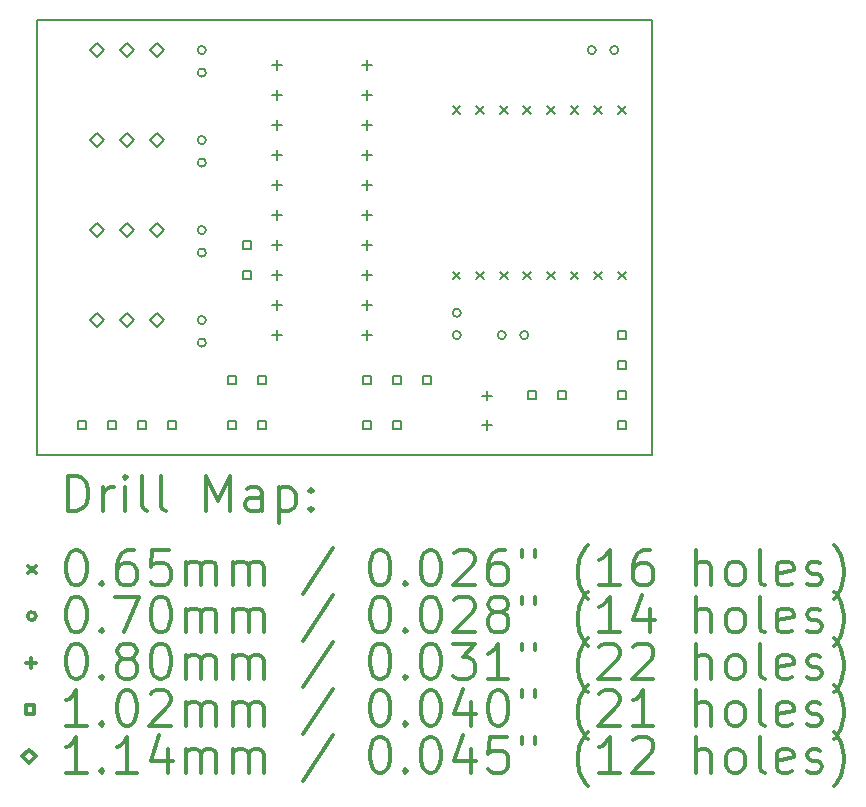
<source format=gbr>
%FSLAX45Y45*%
G04 Gerber Fmt 4.5, Leading zero omitted, Abs format (unit mm)*
G04 Created by KiCad (PCBNEW 4.0.5) date 01/30/17 23:10:16*
%MOMM*%
%LPD*%
G01*
G04 APERTURE LIST*
%ADD10C,0.127000*%
%ADD11C,0.150000*%
%ADD12C,0.200000*%
%ADD13C,0.300000*%
G04 APERTURE END LIST*
D10*
D11*
X17399000Y-7493000D02*
X12192000Y-7493000D01*
X17399000Y-11176000D02*
X17399000Y-7493000D01*
X12192000Y-11176000D02*
X17399000Y-11176000D01*
X12192000Y-7493000D02*
X12192000Y-11176000D01*
D12*
X15712500Y-8222500D02*
X15777500Y-8287500D01*
X15777500Y-8222500D02*
X15712500Y-8287500D01*
X15712500Y-9622500D02*
X15777500Y-9687500D01*
X15777500Y-9622500D02*
X15712500Y-9687500D01*
X15912500Y-8222500D02*
X15977500Y-8287500D01*
X15977500Y-8222500D02*
X15912500Y-8287500D01*
X15912500Y-9622500D02*
X15977500Y-9687500D01*
X15977500Y-9622500D02*
X15912500Y-9687500D01*
X16112500Y-8222500D02*
X16177500Y-8287500D01*
X16177500Y-8222500D02*
X16112500Y-8287500D01*
X16112500Y-9622500D02*
X16177500Y-9687500D01*
X16177500Y-9622500D02*
X16112500Y-9687500D01*
X16312500Y-8222500D02*
X16377500Y-8287500D01*
X16377500Y-8222500D02*
X16312500Y-8287500D01*
X16312500Y-9622500D02*
X16377500Y-9687500D01*
X16377500Y-9622500D02*
X16312500Y-9687500D01*
X16512500Y-8222500D02*
X16577500Y-8287500D01*
X16577500Y-8222500D02*
X16512500Y-8287500D01*
X16512500Y-9622500D02*
X16577500Y-9687500D01*
X16577500Y-9622500D02*
X16512500Y-9687500D01*
X16712500Y-8222500D02*
X16777500Y-8287500D01*
X16777500Y-8222500D02*
X16712500Y-8287500D01*
X16712500Y-9622500D02*
X16777500Y-9687500D01*
X16777500Y-9622500D02*
X16712500Y-9687500D01*
X16912500Y-8222500D02*
X16977500Y-8287500D01*
X16977500Y-8222500D02*
X16912500Y-8287500D01*
X16912500Y-9622500D02*
X16977500Y-9687500D01*
X16977500Y-9622500D02*
X16912500Y-9687500D01*
X17112500Y-8222500D02*
X17177500Y-8287500D01*
X17177500Y-8222500D02*
X17112500Y-8287500D01*
X17112500Y-9622500D02*
X17177500Y-9687500D01*
X17177500Y-9622500D02*
X17112500Y-9687500D01*
X13624000Y-7747000D02*
G75*
G03X13624000Y-7747000I-35000J0D01*
G01*
X13624000Y-7937000D02*
G75*
G03X13624000Y-7937000I-35000J0D01*
G01*
X13624000Y-8509000D02*
G75*
G03X13624000Y-8509000I-35000J0D01*
G01*
X13624000Y-8699000D02*
G75*
G03X13624000Y-8699000I-35000J0D01*
G01*
X13624000Y-9271000D02*
G75*
G03X13624000Y-9271000I-35000J0D01*
G01*
X13624000Y-9461000D02*
G75*
G03X13624000Y-9461000I-35000J0D01*
G01*
X13624000Y-10033000D02*
G75*
G03X13624000Y-10033000I-35000J0D01*
G01*
X13624000Y-10223000D02*
G75*
G03X13624000Y-10223000I-35000J0D01*
G01*
X15783000Y-9970000D02*
G75*
G03X15783000Y-9970000I-35000J0D01*
G01*
X15783000Y-10160000D02*
G75*
G03X15783000Y-10160000I-35000J0D01*
G01*
X16164000Y-10160000D02*
G75*
G03X16164000Y-10160000I-35000J0D01*
G01*
X16354000Y-10160000D02*
G75*
G03X16354000Y-10160000I-35000J0D01*
G01*
X16926000Y-7747000D02*
G75*
G03X16926000Y-7747000I-35000J0D01*
G01*
X17116000Y-7747000D02*
G75*
G03X17116000Y-7747000I-35000J0D01*
G01*
X14224000Y-7834000D02*
X14224000Y-7914000D01*
X14184000Y-7874000D02*
X14264000Y-7874000D01*
X14224000Y-8088000D02*
X14224000Y-8168000D01*
X14184000Y-8128000D02*
X14264000Y-8128000D01*
X14224000Y-8342000D02*
X14224000Y-8422000D01*
X14184000Y-8382000D02*
X14264000Y-8382000D01*
X14224000Y-8596000D02*
X14224000Y-8676000D01*
X14184000Y-8636000D02*
X14264000Y-8636000D01*
X14224000Y-8850000D02*
X14224000Y-8930000D01*
X14184000Y-8890000D02*
X14264000Y-8890000D01*
X14224000Y-9104000D02*
X14224000Y-9184000D01*
X14184000Y-9144000D02*
X14264000Y-9144000D01*
X14224000Y-9358000D02*
X14224000Y-9438000D01*
X14184000Y-9398000D02*
X14264000Y-9398000D01*
X14224000Y-9612000D02*
X14224000Y-9692000D01*
X14184000Y-9652000D02*
X14264000Y-9652000D01*
X14224000Y-9866000D02*
X14224000Y-9946000D01*
X14184000Y-9906000D02*
X14264000Y-9906000D01*
X14224000Y-10120000D02*
X14224000Y-10200000D01*
X14184000Y-10160000D02*
X14264000Y-10160000D01*
X14986000Y-7834000D02*
X14986000Y-7914000D01*
X14946000Y-7874000D02*
X15026000Y-7874000D01*
X14986000Y-8088000D02*
X14986000Y-8168000D01*
X14946000Y-8128000D02*
X15026000Y-8128000D01*
X14986000Y-8342000D02*
X14986000Y-8422000D01*
X14946000Y-8382000D02*
X15026000Y-8382000D01*
X14986000Y-8596000D02*
X14986000Y-8676000D01*
X14946000Y-8636000D02*
X15026000Y-8636000D01*
X14986000Y-8850000D02*
X14986000Y-8930000D01*
X14946000Y-8890000D02*
X15026000Y-8890000D01*
X14986000Y-9104000D02*
X14986000Y-9184000D01*
X14946000Y-9144000D02*
X15026000Y-9144000D01*
X14986000Y-9358000D02*
X14986000Y-9438000D01*
X14946000Y-9398000D02*
X15026000Y-9398000D01*
X14986000Y-9612000D02*
X14986000Y-9692000D01*
X14946000Y-9652000D02*
X15026000Y-9652000D01*
X14986000Y-9866000D02*
X14986000Y-9946000D01*
X14946000Y-9906000D02*
X15026000Y-9906000D01*
X14986000Y-10120000D02*
X14986000Y-10200000D01*
X14946000Y-10160000D02*
X15026000Y-10160000D01*
X16002000Y-10632000D02*
X16002000Y-10712000D01*
X15962000Y-10672000D02*
X16042000Y-10672000D01*
X16002000Y-10882000D02*
X16002000Y-10962000D01*
X15962000Y-10922000D02*
X16042000Y-10922000D01*
X12608921Y-10957921D02*
X12608921Y-10886079D01*
X12537079Y-10886079D01*
X12537079Y-10957921D01*
X12608921Y-10957921D01*
X12862921Y-10957921D02*
X12862921Y-10886079D01*
X12791079Y-10886079D01*
X12791079Y-10957921D01*
X12862921Y-10957921D01*
X13116921Y-10957921D02*
X13116921Y-10886079D01*
X13045079Y-10886079D01*
X13045079Y-10957921D01*
X13116921Y-10957921D01*
X13370921Y-10957921D02*
X13370921Y-10886079D01*
X13299079Y-10886079D01*
X13299079Y-10957921D01*
X13370921Y-10957921D01*
X13878921Y-10576921D02*
X13878921Y-10505079D01*
X13807079Y-10505079D01*
X13807079Y-10576921D01*
X13878921Y-10576921D01*
X13878921Y-10957921D02*
X13878921Y-10886079D01*
X13807079Y-10886079D01*
X13807079Y-10957921D01*
X13878921Y-10957921D01*
X14005921Y-9433921D02*
X14005921Y-9362079D01*
X13934079Y-9362079D01*
X13934079Y-9433921D01*
X14005921Y-9433921D01*
X14005921Y-9687921D02*
X14005921Y-9616079D01*
X13934079Y-9616079D01*
X13934079Y-9687921D01*
X14005921Y-9687921D01*
X14132921Y-10576921D02*
X14132921Y-10505079D01*
X14061079Y-10505079D01*
X14061079Y-10576921D01*
X14132921Y-10576921D01*
X14132921Y-10957921D02*
X14132921Y-10886079D01*
X14061079Y-10886079D01*
X14061079Y-10957921D01*
X14132921Y-10957921D01*
X15021921Y-10576921D02*
X15021921Y-10505079D01*
X14950079Y-10505079D01*
X14950079Y-10576921D01*
X15021921Y-10576921D01*
X15021921Y-10957921D02*
X15021921Y-10886079D01*
X14950079Y-10886079D01*
X14950079Y-10957921D01*
X15021921Y-10957921D01*
X15275921Y-10576921D02*
X15275921Y-10505079D01*
X15204079Y-10505079D01*
X15204079Y-10576921D01*
X15275921Y-10576921D01*
X15275921Y-10957921D02*
X15275921Y-10886079D01*
X15204079Y-10886079D01*
X15204079Y-10957921D01*
X15275921Y-10957921D01*
X15529921Y-10576921D02*
X15529921Y-10505079D01*
X15458079Y-10505079D01*
X15458079Y-10576921D01*
X15529921Y-10576921D01*
X16418921Y-10703921D02*
X16418921Y-10632079D01*
X16347079Y-10632079D01*
X16347079Y-10703921D01*
X16418921Y-10703921D01*
X16672921Y-10703921D02*
X16672921Y-10632079D01*
X16601079Y-10632079D01*
X16601079Y-10703921D01*
X16672921Y-10703921D01*
X17180921Y-10195921D02*
X17180921Y-10124079D01*
X17109079Y-10124079D01*
X17109079Y-10195921D01*
X17180921Y-10195921D01*
X17180921Y-10449921D02*
X17180921Y-10378079D01*
X17109079Y-10378079D01*
X17109079Y-10449921D01*
X17180921Y-10449921D01*
X17180921Y-10703921D02*
X17180921Y-10632079D01*
X17109079Y-10632079D01*
X17109079Y-10703921D01*
X17180921Y-10703921D01*
X17180921Y-10957921D02*
X17180921Y-10886079D01*
X17109079Y-10886079D01*
X17109079Y-10957921D01*
X17180921Y-10957921D01*
X12700000Y-7804150D02*
X12757150Y-7747000D01*
X12700000Y-7689850D01*
X12642850Y-7747000D01*
X12700000Y-7804150D01*
X12700000Y-8566150D02*
X12757150Y-8509000D01*
X12700000Y-8451850D01*
X12642850Y-8509000D01*
X12700000Y-8566150D01*
X12700000Y-9328150D02*
X12757150Y-9271000D01*
X12700000Y-9213850D01*
X12642850Y-9271000D01*
X12700000Y-9328150D01*
X12700000Y-10090150D02*
X12757150Y-10033000D01*
X12700000Y-9975850D01*
X12642850Y-10033000D01*
X12700000Y-10090150D01*
X12954000Y-7804150D02*
X13011150Y-7747000D01*
X12954000Y-7689850D01*
X12896850Y-7747000D01*
X12954000Y-7804150D01*
X12954000Y-8566150D02*
X13011150Y-8509000D01*
X12954000Y-8451850D01*
X12896850Y-8509000D01*
X12954000Y-8566150D01*
X12954000Y-9328150D02*
X13011150Y-9271000D01*
X12954000Y-9213850D01*
X12896850Y-9271000D01*
X12954000Y-9328150D01*
X12954000Y-10090150D02*
X13011150Y-10033000D01*
X12954000Y-9975850D01*
X12896850Y-10033000D01*
X12954000Y-10090150D01*
X13208000Y-7804150D02*
X13265150Y-7747000D01*
X13208000Y-7689850D01*
X13150850Y-7747000D01*
X13208000Y-7804150D01*
X13208000Y-8566150D02*
X13265150Y-8509000D01*
X13208000Y-8451850D01*
X13150850Y-8509000D01*
X13208000Y-8566150D01*
X13208000Y-9328150D02*
X13265150Y-9271000D01*
X13208000Y-9213850D01*
X13150850Y-9271000D01*
X13208000Y-9328150D01*
X13208000Y-10090150D02*
X13265150Y-10033000D01*
X13208000Y-9975850D01*
X13150850Y-10033000D01*
X13208000Y-10090150D01*
D13*
X12455928Y-11649214D02*
X12455928Y-11349214D01*
X12527357Y-11349214D01*
X12570214Y-11363500D01*
X12598786Y-11392071D01*
X12613071Y-11420643D01*
X12627357Y-11477786D01*
X12627357Y-11520643D01*
X12613071Y-11577786D01*
X12598786Y-11606357D01*
X12570214Y-11634929D01*
X12527357Y-11649214D01*
X12455928Y-11649214D01*
X12755928Y-11649214D02*
X12755928Y-11449214D01*
X12755928Y-11506357D02*
X12770214Y-11477786D01*
X12784500Y-11463500D01*
X12813071Y-11449214D01*
X12841643Y-11449214D01*
X12941643Y-11649214D02*
X12941643Y-11449214D01*
X12941643Y-11349214D02*
X12927357Y-11363500D01*
X12941643Y-11377786D01*
X12955928Y-11363500D01*
X12941643Y-11349214D01*
X12941643Y-11377786D01*
X13127357Y-11649214D02*
X13098786Y-11634929D01*
X13084500Y-11606357D01*
X13084500Y-11349214D01*
X13284500Y-11649214D02*
X13255928Y-11634929D01*
X13241643Y-11606357D01*
X13241643Y-11349214D01*
X13627357Y-11649214D02*
X13627357Y-11349214D01*
X13727357Y-11563500D01*
X13827357Y-11349214D01*
X13827357Y-11649214D01*
X14098786Y-11649214D02*
X14098786Y-11492071D01*
X14084500Y-11463500D01*
X14055928Y-11449214D01*
X13998786Y-11449214D01*
X13970214Y-11463500D01*
X14098786Y-11634929D02*
X14070214Y-11649214D01*
X13998786Y-11649214D01*
X13970214Y-11634929D01*
X13955928Y-11606357D01*
X13955928Y-11577786D01*
X13970214Y-11549214D01*
X13998786Y-11534929D01*
X14070214Y-11534929D01*
X14098786Y-11520643D01*
X14241643Y-11449214D02*
X14241643Y-11749214D01*
X14241643Y-11463500D02*
X14270214Y-11449214D01*
X14327357Y-11449214D01*
X14355928Y-11463500D01*
X14370214Y-11477786D01*
X14384500Y-11506357D01*
X14384500Y-11592071D01*
X14370214Y-11620643D01*
X14355928Y-11634929D01*
X14327357Y-11649214D01*
X14270214Y-11649214D01*
X14241643Y-11634929D01*
X14513071Y-11620643D02*
X14527357Y-11634929D01*
X14513071Y-11649214D01*
X14498786Y-11634929D01*
X14513071Y-11620643D01*
X14513071Y-11649214D01*
X14513071Y-11463500D02*
X14527357Y-11477786D01*
X14513071Y-11492071D01*
X14498786Y-11477786D01*
X14513071Y-11463500D01*
X14513071Y-11492071D01*
X12119500Y-12111000D02*
X12184500Y-12176000D01*
X12184500Y-12111000D02*
X12119500Y-12176000D01*
X12513071Y-11979214D02*
X12541643Y-11979214D01*
X12570214Y-11993500D01*
X12584500Y-12007786D01*
X12598786Y-12036357D01*
X12613071Y-12093500D01*
X12613071Y-12164929D01*
X12598786Y-12222071D01*
X12584500Y-12250643D01*
X12570214Y-12264929D01*
X12541643Y-12279214D01*
X12513071Y-12279214D01*
X12484500Y-12264929D01*
X12470214Y-12250643D01*
X12455928Y-12222071D01*
X12441643Y-12164929D01*
X12441643Y-12093500D01*
X12455928Y-12036357D01*
X12470214Y-12007786D01*
X12484500Y-11993500D01*
X12513071Y-11979214D01*
X12741643Y-12250643D02*
X12755928Y-12264929D01*
X12741643Y-12279214D01*
X12727357Y-12264929D01*
X12741643Y-12250643D01*
X12741643Y-12279214D01*
X13013071Y-11979214D02*
X12955928Y-11979214D01*
X12927357Y-11993500D01*
X12913071Y-12007786D01*
X12884500Y-12050643D01*
X12870214Y-12107786D01*
X12870214Y-12222071D01*
X12884500Y-12250643D01*
X12898786Y-12264929D01*
X12927357Y-12279214D01*
X12984500Y-12279214D01*
X13013071Y-12264929D01*
X13027357Y-12250643D01*
X13041643Y-12222071D01*
X13041643Y-12150643D01*
X13027357Y-12122071D01*
X13013071Y-12107786D01*
X12984500Y-12093500D01*
X12927357Y-12093500D01*
X12898786Y-12107786D01*
X12884500Y-12122071D01*
X12870214Y-12150643D01*
X13313071Y-11979214D02*
X13170214Y-11979214D01*
X13155928Y-12122071D01*
X13170214Y-12107786D01*
X13198786Y-12093500D01*
X13270214Y-12093500D01*
X13298786Y-12107786D01*
X13313071Y-12122071D01*
X13327357Y-12150643D01*
X13327357Y-12222071D01*
X13313071Y-12250643D01*
X13298786Y-12264929D01*
X13270214Y-12279214D01*
X13198786Y-12279214D01*
X13170214Y-12264929D01*
X13155928Y-12250643D01*
X13455928Y-12279214D02*
X13455928Y-12079214D01*
X13455928Y-12107786D02*
X13470214Y-12093500D01*
X13498786Y-12079214D01*
X13541643Y-12079214D01*
X13570214Y-12093500D01*
X13584500Y-12122071D01*
X13584500Y-12279214D01*
X13584500Y-12122071D02*
X13598786Y-12093500D01*
X13627357Y-12079214D01*
X13670214Y-12079214D01*
X13698786Y-12093500D01*
X13713071Y-12122071D01*
X13713071Y-12279214D01*
X13855928Y-12279214D02*
X13855928Y-12079214D01*
X13855928Y-12107786D02*
X13870214Y-12093500D01*
X13898786Y-12079214D01*
X13941643Y-12079214D01*
X13970214Y-12093500D01*
X13984500Y-12122071D01*
X13984500Y-12279214D01*
X13984500Y-12122071D02*
X13998786Y-12093500D01*
X14027357Y-12079214D01*
X14070214Y-12079214D01*
X14098786Y-12093500D01*
X14113071Y-12122071D01*
X14113071Y-12279214D01*
X14698786Y-11964929D02*
X14441643Y-12350643D01*
X15084500Y-11979214D02*
X15113071Y-11979214D01*
X15141643Y-11993500D01*
X15155928Y-12007786D01*
X15170214Y-12036357D01*
X15184500Y-12093500D01*
X15184500Y-12164929D01*
X15170214Y-12222071D01*
X15155928Y-12250643D01*
X15141643Y-12264929D01*
X15113071Y-12279214D01*
X15084500Y-12279214D01*
X15055928Y-12264929D01*
X15041643Y-12250643D01*
X15027357Y-12222071D01*
X15013071Y-12164929D01*
X15013071Y-12093500D01*
X15027357Y-12036357D01*
X15041643Y-12007786D01*
X15055928Y-11993500D01*
X15084500Y-11979214D01*
X15313071Y-12250643D02*
X15327357Y-12264929D01*
X15313071Y-12279214D01*
X15298786Y-12264929D01*
X15313071Y-12250643D01*
X15313071Y-12279214D01*
X15513071Y-11979214D02*
X15541643Y-11979214D01*
X15570214Y-11993500D01*
X15584500Y-12007786D01*
X15598785Y-12036357D01*
X15613071Y-12093500D01*
X15613071Y-12164929D01*
X15598785Y-12222071D01*
X15584500Y-12250643D01*
X15570214Y-12264929D01*
X15541643Y-12279214D01*
X15513071Y-12279214D01*
X15484500Y-12264929D01*
X15470214Y-12250643D01*
X15455928Y-12222071D01*
X15441643Y-12164929D01*
X15441643Y-12093500D01*
X15455928Y-12036357D01*
X15470214Y-12007786D01*
X15484500Y-11993500D01*
X15513071Y-11979214D01*
X15727357Y-12007786D02*
X15741643Y-11993500D01*
X15770214Y-11979214D01*
X15841643Y-11979214D01*
X15870214Y-11993500D01*
X15884500Y-12007786D01*
X15898785Y-12036357D01*
X15898785Y-12064929D01*
X15884500Y-12107786D01*
X15713071Y-12279214D01*
X15898785Y-12279214D01*
X16155928Y-11979214D02*
X16098785Y-11979214D01*
X16070214Y-11993500D01*
X16055928Y-12007786D01*
X16027357Y-12050643D01*
X16013071Y-12107786D01*
X16013071Y-12222071D01*
X16027357Y-12250643D01*
X16041643Y-12264929D01*
X16070214Y-12279214D01*
X16127357Y-12279214D01*
X16155928Y-12264929D01*
X16170214Y-12250643D01*
X16184500Y-12222071D01*
X16184500Y-12150643D01*
X16170214Y-12122071D01*
X16155928Y-12107786D01*
X16127357Y-12093500D01*
X16070214Y-12093500D01*
X16041643Y-12107786D01*
X16027357Y-12122071D01*
X16013071Y-12150643D01*
X16298786Y-11979214D02*
X16298786Y-12036357D01*
X16413071Y-11979214D02*
X16413071Y-12036357D01*
X16855928Y-12393500D02*
X16841643Y-12379214D01*
X16813071Y-12336357D01*
X16798786Y-12307786D01*
X16784500Y-12264929D01*
X16770214Y-12193500D01*
X16770214Y-12136357D01*
X16784500Y-12064929D01*
X16798786Y-12022071D01*
X16813071Y-11993500D01*
X16841643Y-11950643D01*
X16855928Y-11936357D01*
X17127357Y-12279214D02*
X16955928Y-12279214D01*
X17041643Y-12279214D02*
X17041643Y-11979214D01*
X17013071Y-12022071D01*
X16984500Y-12050643D01*
X16955928Y-12064929D01*
X17384500Y-11979214D02*
X17327357Y-11979214D01*
X17298786Y-11993500D01*
X17284500Y-12007786D01*
X17255928Y-12050643D01*
X17241643Y-12107786D01*
X17241643Y-12222071D01*
X17255928Y-12250643D01*
X17270214Y-12264929D01*
X17298786Y-12279214D01*
X17355928Y-12279214D01*
X17384500Y-12264929D01*
X17398786Y-12250643D01*
X17413071Y-12222071D01*
X17413071Y-12150643D01*
X17398786Y-12122071D01*
X17384500Y-12107786D01*
X17355928Y-12093500D01*
X17298786Y-12093500D01*
X17270214Y-12107786D01*
X17255928Y-12122071D01*
X17241643Y-12150643D01*
X17770214Y-12279214D02*
X17770214Y-11979214D01*
X17898786Y-12279214D02*
X17898786Y-12122071D01*
X17884500Y-12093500D01*
X17855928Y-12079214D01*
X17813071Y-12079214D01*
X17784500Y-12093500D01*
X17770214Y-12107786D01*
X18084500Y-12279214D02*
X18055928Y-12264929D01*
X18041643Y-12250643D01*
X18027357Y-12222071D01*
X18027357Y-12136357D01*
X18041643Y-12107786D01*
X18055928Y-12093500D01*
X18084500Y-12079214D01*
X18127357Y-12079214D01*
X18155928Y-12093500D01*
X18170214Y-12107786D01*
X18184500Y-12136357D01*
X18184500Y-12222071D01*
X18170214Y-12250643D01*
X18155928Y-12264929D01*
X18127357Y-12279214D01*
X18084500Y-12279214D01*
X18355928Y-12279214D02*
X18327357Y-12264929D01*
X18313071Y-12236357D01*
X18313071Y-11979214D01*
X18584500Y-12264929D02*
X18555929Y-12279214D01*
X18498786Y-12279214D01*
X18470214Y-12264929D01*
X18455929Y-12236357D01*
X18455929Y-12122071D01*
X18470214Y-12093500D01*
X18498786Y-12079214D01*
X18555929Y-12079214D01*
X18584500Y-12093500D01*
X18598786Y-12122071D01*
X18598786Y-12150643D01*
X18455929Y-12179214D01*
X18713071Y-12264929D02*
X18741643Y-12279214D01*
X18798786Y-12279214D01*
X18827357Y-12264929D01*
X18841643Y-12236357D01*
X18841643Y-12222071D01*
X18827357Y-12193500D01*
X18798786Y-12179214D01*
X18755929Y-12179214D01*
X18727357Y-12164929D01*
X18713071Y-12136357D01*
X18713071Y-12122071D01*
X18727357Y-12093500D01*
X18755929Y-12079214D01*
X18798786Y-12079214D01*
X18827357Y-12093500D01*
X18941643Y-12393500D02*
X18955929Y-12379214D01*
X18984500Y-12336357D01*
X18998786Y-12307786D01*
X19013071Y-12264929D01*
X19027357Y-12193500D01*
X19027357Y-12136357D01*
X19013071Y-12064929D01*
X18998786Y-12022071D01*
X18984500Y-11993500D01*
X18955929Y-11950643D01*
X18941643Y-11936357D01*
X12184500Y-12539500D02*
G75*
G03X12184500Y-12539500I-35000J0D01*
G01*
X12513071Y-12375214D02*
X12541643Y-12375214D01*
X12570214Y-12389500D01*
X12584500Y-12403786D01*
X12598786Y-12432357D01*
X12613071Y-12489500D01*
X12613071Y-12560929D01*
X12598786Y-12618071D01*
X12584500Y-12646643D01*
X12570214Y-12660929D01*
X12541643Y-12675214D01*
X12513071Y-12675214D01*
X12484500Y-12660929D01*
X12470214Y-12646643D01*
X12455928Y-12618071D01*
X12441643Y-12560929D01*
X12441643Y-12489500D01*
X12455928Y-12432357D01*
X12470214Y-12403786D01*
X12484500Y-12389500D01*
X12513071Y-12375214D01*
X12741643Y-12646643D02*
X12755928Y-12660929D01*
X12741643Y-12675214D01*
X12727357Y-12660929D01*
X12741643Y-12646643D01*
X12741643Y-12675214D01*
X12855928Y-12375214D02*
X13055928Y-12375214D01*
X12927357Y-12675214D01*
X13227357Y-12375214D02*
X13255928Y-12375214D01*
X13284500Y-12389500D01*
X13298786Y-12403786D01*
X13313071Y-12432357D01*
X13327357Y-12489500D01*
X13327357Y-12560929D01*
X13313071Y-12618071D01*
X13298786Y-12646643D01*
X13284500Y-12660929D01*
X13255928Y-12675214D01*
X13227357Y-12675214D01*
X13198786Y-12660929D01*
X13184500Y-12646643D01*
X13170214Y-12618071D01*
X13155928Y-12560929D01*
X13155928Y-12489500D01*
X13170214Y-12432357D01*
X13184500Y-12403786D01*
X13198786Y-12389500D01*
X13227357Y-12375214D01*
X13455928Y-12675214D02*
X13455928Y-12475214D01*
X13455928Y-12503786D02*
X13470214Y-12489500D01*
X13498786Y-12475214D01*
X13541643Y-12475214D01*
X13570214Y-12489500D01*
X13584500Y-12518071D01*
X13584500Y-12675214D01*
X13584500Y-12518071D02*
X13598786Y-12489500D01*
X13627357Y-12475214D01*
X13670214Y-12475214D01*
X13698786Y-12489500D01*
X13713071Y-12518071D01*
X13713071Y-12675214D01*
X13855928Y-12675214D02*
X13855928Y-12475214D01*
X13855928Y-12503786D02*
X13870214Y-12489500D01*
X13898786Y-12475214D01*
X13941643Y-12475214D01*
X13970214Y-12489500D01*
X13984500Y-12518071D01*
X13984500Y-12675214D01*
X13984500Y-12518071D02*
X13998786Y-12489500D01*
X14027357Y-12475214D01*
X14070214Y-12475214D01*
X14098786Y-12489500D01*
X14113071Y-12518071D01*
X14113071Y-12675214D01*
X14698786Y-12360929D02*
X14441643Y-12746643D01*
X15084500Y-12375214D02*
X15113071Y-12375214D01*
X15141643Y-12389500D01*
X15155928Y-12403786D01*
X15170214Y-12432357D01*
X15184500Y-12489500D01*
X15184500Y-12560929D01*
X15170214Y-12618071D01*
X15155928Y-12646643D01*
X15141643Y-12660929D01*
X15113071Y-12675214D01*
X15084500Y-12675214D01*
X15055928Y-12660929D01*
X15041643Y-12646643D01*
X15027357Y-12618071D01*
X15013071Y-12560929D01*
X15013071Y-12489500D01*
X15027357Y-12432357D01*
X15041643Y-12403786D01*
X15055928Y-12389500D01*
X15084500Y-12375214D01*
X15313071Y-12646643D02*
X15327357Y-12660929D01*
X15313071Y-12675214D01*
X15298786Y-12660929D01*
X15313071Y-12646643D01*
X15313071Y-12675214D01*
X15513071Y-12375214D02*
X15541643Y-12375214D01*
X15570214Y-12389500D01*
X15584500Y-12403786D01*
X15598785Y-12432357D01*
X15613071Y-12489500D01*
X15613071Y-12560929D01*
X15598785Y-12618071D01*
X15584500Y-12646643D01*
X15570214Y-12660929D01*
X15541643Y-12675214D01*
X15513071Y-12675214D01*
X15484500Y-12660929D01*
X15470214Y-12646643D01*
X15455928Y-12618071D01*
X15441643Y-12560929D01*
X15441643Y-12489500D01*
X15455928Y-12432357D01*
X15470214Y-12403786D01*
X15484500Y-12389500D01*
X15513071Y-12375214D01*
X15727357Y-12403786D02*
X15741643Y-12389500D01*
X15770214Y-12375214D01*
X15841643Y-12375214D01*
X15870214Y-12389500D01*
X15884500Y-12403786D01*
X15898785Y-12432357D01*
X15898785Y-12460929D01*
X15884500Y-12503786D01*
X15713071Y-12675214D01*
X15898785Y-12675214D01*
X16070214Y-12503786D02*
X16041643Y-12489500D01*
X16027357Y-12475214D01*
X16013071Y-12446643D01*
X16013071Y-12432357D01*
X16027357Y-12403786D01*
X16041643Y-12389500D01*
X16070214Y-12375214D01*
X16127357Y-12375214D01*
X16155928Y-12389500D01*
X16170214Y-12403786D01*
X16184500Y-12432357D01*
X16184500Y-12446643D01*
X16170214Y-12475214D01*
X16155928Y-12489500D01*
X16127357Y-12503786D01*
X16070214Y-12503786D01*
X16041643Y-12518071D01*
X16027357Y-12532357D01*
X16013071Y-12560929D01*
X16013071Y-12618071D01*
X16027357Y-12646643D01*
X16041643Y-12660929D01*
X16070214Y-12675214D01*
X16127357Y-12675214D01*
X16155928Y-12660929D01*
X16170214Y-12646643D01*
X16184500Y-12618071D01*
X16184500Y-12560929D01*
X16170214Y-12532357D01*
X16155928Y-12518071D01*
X16127357Y-12503786D01*
X16298786Y-12375214D02*
X16298786Y-12432357D01*
X16413071Y-12375214D02*
X16413071Y-12432357D01*
X16855928Y-12789500D02*
X16841643Y-12775214D01*
X16813071Y-12732357D01*
X16798786Y-12703786D01*
X16784500Y-12660929D01*
X16770214Y-12589500D01*
X16770214Y-12532357D01*
X16784500Y-12460929D01*
X16798786Y-12418071D01*
X16813071Y-12389500D01*
X16841643Y-12346643D01*
X16855928Y-12332357D01*
X17127357Y-12675214D02*
X16955928Y-12675214D01*
X17041643Y-12675214D02*
X17041643Y-12375214D01*
X17013071Y-12418071D01*
X16984500Y-12446643D01*
X16955928Y-12460929D01*
X17384500Y-12475214D02*
X17384500Y-12675214D01*
X17313071Y-12360929D02*
X17241643Y-12575214D01*
X17427357Y-12575214D01*
X17770214Y-12675214D02*
X17770214Y-12375214D01*
X17898786Y-12675214D02*
X17898786Y-12518071D01*
X17884500Y-12489500D01*
X17855928Y-12475214D01*
X17813071Y-12475214D01*
X17784500Y-12489500D01*
X17770214Y-12503786D01*
X18084500Y-12675214D02*
X18055928Y-12660929D01*
X18041643Y-12646643D01*
X18027357Y-12618071D01*
X18027357Y-12532357D01*
X18041643Y-12503786D01*
X18055928Y-12489500D01*
X18084500Y-12475214D01*
X18127357Y-12475214D01*
X18155928Y-12489500D01*
X18170214Y-12503786D01*
X18184500Y-12532357D01*
X18184500Y-12618071D01*
X18170214Y-12646643D01*
X18155928Y-12660929D01*
X18127357Y-12675214D01*
X18084500Y-12675214D01*
X18355928Y-12675214D02*
X18327357Y-12660929D01*
X18313071Y-12632357D01*
X18313071Y-12375214D01*
X18584500Y-12660929D02*
X18555929Y-12675214D01*
X18498786Y-12675214D01*
X18470214Y-12660929D01*
X18455929Y-12632357D01*
X18455929Y-12518071D01*
X18470214Y-12489500D01*
X18498786Y-12475214D01*
X18555929Y-12475214D01*
X18584500Y-12489500D01*
X18598786Y-12518071D01*
X18598786Y-12546643D01*
X18455929Y-12575214D01*
X18713071Y-12660929D02*
X18741643Y-12675214D01*
X18798786Y-12675214D01*
X18827357Y-12660929D01*
X18841643Y-12632357D01*
X18841643Y-12618071D01*
X18827357Y-12589500D01*
X18798786Y-12575214D01*
X18755929Y-12575214D01*
X18727357Y-12560929D01*
X18713071Y-12532357D01*
X18713071Y-12518071D01*
X18727357Y-12489500D01*
X18755929Y-12475214D01*
X18798786Y-12475214D01*
X18827357Y-12489500D01*
X18941643Y-12789500D02*
X18955929Y-12775214D01*
X18984500Y-12732357D01*
X18998786Y-12703786D01*
X19013071Y-12660929D01*
X19027357Y-12589500D01*
X19027357Y-12532357D01*
X19013071Y-12460929D01*
X18998786Y-12418071D01*
X18984500Y-12389500D01*
X18955929Y-12346643D01*
X18941643Y-12332357D01*
X12144500Y-12895500D02*
X12144500Y-12975500D01*
X12104500Y-12935500D02*
X12184500Y-12935500D01*
X12513071Y-12771214D02*
X12541643Y-12771214D01*
X12570214Y-12785500D01*
X12584500Y-12799786D01*
X12598786Y-12828357D01*
X12613071Y-12885500D01*
X12613071Y-12956929D01*
X12598786Y-13014071D01*
X12584500Y-13042643D01*
X12570214Y-13056929D01*
X12541643Y-13071214D01*
X12513071Y-13071214D01*
X12484500Y-13056929D01*
X12470214Y-13042643D01*
X12455928Y-13014071D01*
X12441643Y-12956929D01*
X12441643Y-12885500D01*
X12455928Y-12828357D01*
X12470214Y-12799786D01*
X12484500Y-12785500D01*
X12513071Y-12771214D01*
X12741643Y-13042643D02*
X12755928Y-13056929D01*
X12741643Y-13071214D01*
X12727357Y-13056929D01*
X12741643Y-13042643D01*
X12741643Y-13071214D01*
X12927357Y-12899786D02*
X12898786Y-12885500D01*
X12884500Y-12871214D01*
X12870214Y-12842643D01*
X12870214Y-12828357D01*
X12884500Y-12799786D01*
X12898786Y-12785500D01*
X12927357Y-12771214D01*
X12984500Y-12771214D01*
X13013071Y-12785500D01*
X13027357Y-12799786D01*
X13041643Y-12828357D01*
X13041643Y-12842643D01*
X13027357Y-12871214D01*
X13013071Y-12885500D01*
X12984500Y-12899786D01*
X12927357Y-12899786D01*
X12898786Y-12914071D01*
X12884500Y-12928357D01*
X12870214Y-12956929D01*
X12870214Y-13014071D01*
X12884500Y-13042643D01*
X12898786Y-13056929D01*
X12927357Y-13071214D01*
X12984500Y-13071214D01*
X13013071Y-13056929D01*
X13027357Y-13042643D01*
X13041643Y-13014071D01*
X13041643Y-12956929D01*
X13027357Y-12928357D01*
X13013071Y-12914071D01*
X12984500Y-12899786D01*
X13227357Y-12771214D02*
X13255928Y-12771214D01*
X13284500Y-12785500D01*
X13298786Y-12799786D01*
X13313071Y-12828357D01*
X13327357Y-12885500D01*
X13327357Y-12956929D01*
X13313071Y-13014071D01*
X13298786Y-13042643D01*
X13284500Y-13056929D01*
X13255928Y-13071214D01*
X13227357Y-13071214D01*
X13198786Y-13056929D01*
X13184500Y-13042643D01*
X13170214Y-13014071D01*
X13155928Y-12956929D01*
X13155928Y-12885500D01*
X13170214Y-12828357D01*
X13184500Y-12799786D01*
X13198786Y-12785500D01*
X13227357Y-12771214D01*
X13455928Y-13071214D02*
X13455928Y-12871214D01*
X13455928Y-12899786D02*
X13470214Y-12885500D01*
X13498786Y-12871214D01*
X13541643Y-12871214D01*
X13570214Y-12885500D01*
X13584500Y-12914071D01*
X13584500Y-13071214D01*
X13584500Y-12914071D02*
X13598786Y-12885500D01*
X13627357Y-12871214D01*
X13670214Y-12871214D01*
X13698786Y-12885500D01*
X13713071Y-12914071D01*
X13713071Y-13071214D01*
X13855928Y-13071214D02*
X13855928Y-12871214D01*
X13855928Y-12899786D02*
X13870214Y-12885500D01*
X13898786Y-12871214D01*
X13941643Y-12871214D01*
X13970214Y-12885500D01*
X13984500Y-12914071D01*
X13984500Y-13071214D01*
X13984500Y-12914071D02*
X13998786Y-12885500D01*
X14027357Y-12871214D01*
X14070214Y-12871214D01*
X14098786Y-12885500D01*
X14113071Y-12914071D01*
X14113071Y-13071214D01*
X14698786Y-12756929D02*
X14441643Y-13142643D01*
X15084500Y-12771214D02*
X15113071Y-12771214D01*
X15141643Y-12785500D01*
X15155928Y-12799786D01*
X15170214Y-12828357D01*
X15184500Y-12885500D01*
X15184500Y-12956929D01*
X15170214Y-13014071D01*
X15155928Y-13042643D01*
X15141643Y-13056929D01*
X15113071Y-13071214D01*
X15084500Y-13071214D01*
X15055928Y-13056929D01*
X15041643Y-13042643D01*
X15027357Y-13014071D01*
X15013071Y-12956929D01*
X15013071Y-12885500D01*
X15027357Y-12828357D01*
X15041643Y-12799786D01*
X15055928Y-12785500D01*
X15084500Y-12771214D01*
X15313071Y-13042643D02*
X15327357Y-13056929D01*
X15313071Y-13071214D01*
X15298786Y-13056929D01*
X15313071Y-13042643D01*
X15313071Y-13071214D01*
X15513071Y-12771214D02*
X15541643Y-12771214D01*
X15570214Y-12785500D01*
X15584500Y-12799786D01*
X15598785Y-12828357D01*
X15613071Y-12885500D01*
X15613071Y-12956929D01*
X15598785Y-13014071D01*
X15584500Y-13042643D01*
X15570214Y-13056929D01*
X15541643Y-13071214D01*
X15513071Y-13071214D01*
X15484500Y-13056929D01*
X15470214Y-13042643D01*
X15455928Y-13014071D01*
X15441643Y-12956929D01*
X15441643Y-12885500D01*
X15455928Y-12828357D01*
X15470214Y-12799786D01*
X15484500Y-12785500D01*
X15513071Y-12771214D01*
X15713071Y-12771214D02*
X15898785Y-12771214D01*
X15798785Y-12885500D01*
X15841643Y-12885500D01*
X15870214Y-12899786D01*
X15884500Y-12914071D01*
X15898785Y-12942643D01*
X15898785Y-13014071D01*
X15884500Y-13042643D01*
X15870214Y-13056929D01*
X15841643Y-13071214D01*
X15755928Y-13071214D01*
X15727357Y-13056929D01*
X15713071Y-13042643D01*
X16184500Y-13071214D02*
X16013071Y-13071214D01*
X16098785Y-13071214D02*
X16098785Y-12771214D01*
X16070214Y-12814071D01*
X16041643Y-12842643D01*
X16013071Y-12856929D01*
X16298786Y-12771214D02*
X16298786Y-12828357D01*
X16413071Y-12771214D02*
X16413071Y-12828357D01*
X16855928Y-13185500D02*
X16841643Y-13171214D01*
X16813071Y-13128357D01*
X16798786Y-13099786D01*
X16784500Y-13056929D01*
X16770214Y-12985500D01*
X16770214Y-12928357D01*
X16784500Y-12856929D01*
X16798786Y-12814071D01*
X16813071Y-12785500D01*
X16841643Y-12742643D01*
X16855928Y-12728357D01*
X16955928Y-12799786D02*
X16970214Y-12785500D01*
X16998786Y-12771214D01*
X17070214Y-12771214D01*
X17098786Y-12785500D01*
X17113071Y-12799786D01*
X17127357Y-12828357D01*
X17127357Y-12856929D01*
X17113071Y-12899786D01*
X16941643Y-13071214D01*
X17127357Y-13071214D01*
X17241643Y-12799786D02*
X17255928Y-12785500D01*
X17284500Y-12771214D01*
X17355928Y-12771214D01*
X17384500Y-12785500D01*
X17398786Y-12799786D01*
X17413071Y-12828357D01*
X17413071Y-12856929D01*
X17398786Y-12899786D01*
X17227357Y-13071214D01*
X17413071Y-13071214D01*
X17770214Y-13071214D02*
X17770214Y-12771214D01*
X17898786Y-13071214D02*
X17898786Y-12914071D01*
X17884500Y-12885500D01*
X17855928Y-12871214D01*
X17813071Y-12871214D01*
X17784500Y-12885500D01*
X17770214Y-12899786D01*
X18084500Y-13071214D02*
X18055928Y-13056929D01*
X18041643Y-13042643D01*
X18027357Y-13014071D01*
X18027357Y-12928357D01*
X18041643Y-12899786D01*
X18055928Y-12885500D01*
X18084500Y-12871214D01*
X18127357Y-12871214D01*
X18155928Y-12885500D01*
X18170214Y-12899786D01*
X18184500Y-12928357D01*
X18184500Y-13014071D01*
X18170214Y-13042643D01*
X18155928Y-13056929D01*
X18127357Y-13071214D01*
X18084500Y-13071214D01*
X18355928Y-13071214D02*
X18327357Y-13056929D01*
X18313071Y-13028357D01*
X18313071Y-12771214D01*
X18584500Y-13056929D02*
X18555929Y-13071214D01*
X18498786Y-13071214D01*
X18470214Y-13056929D01*
X18455929Y-13028357D01*
X18455929Y-12914071D01*
X18470214Y-12885500D01*
X18498786Y-12871214D01*
X18555929Y-12871214D01*
X18584500Y-12885500D01*
X18598786Y-12914071D01*
X18598786Y-12942643D01*
X18455929Y-12971214D01*
X18713071Y-13056929D02*
X18741643Y-13071214D01*
X18798786Y-13071214D01*
X18827357Y-13056929D01*
X18841643Y-13028357D01*
X18841643Y-13014071D01*
X18827357Y-12985500D01*
X18798786Y-12971214D01*
X18755929Y-12971214D01*
X18727357Y-12956929D01*
X18713071Y-12928357D01*
X18713071Y-12914071D01*
X18727357Y-12885500D01*
X18755929Y-12871214D01*
X18798786Y-12871214D01*
X18827357Y-12885500D01*
X18941643Y-13185500D02*
X18955929Y-13171214D01*
X18984500Y-13128357D01*
X18998786Y-13099786D01*
X19013071Y-13056929D01*
X19027357Y-12985500D01*
X19027357Y-12928357D01*
X19013071Y-12856929D01*
X18998786Y-12814071D01*
X18984500Y-12785500D01*
X18955929Y-12742643D01*
X18941643Y-12728357D01*
X12169621Y-13367421D02*
X12169621Y-13295579D01*
X12097778Y-13295579D01*
X12097778Y-13367421D01*
X12169621Y-13367421D01*
X12613071Y-13467214D02*
X12441643Y-13467214D01*
X12527357Y-13467214D02*
X12527357Y-13167214D01*
X12498786Y-13210071D01*
X12470214Y-13238643D01*
X12441643Y-13252929D01*
X12741643Y-13438643D02*
X12755928Y-13452929D01*
X12741643Y-13467214D01*
X12727357Y-13452929D01*
X12741643Y-13438643D01*
X12741643Y-13467214D01*
X12941643Y-13167214D02*
X12970214Y-13167214D01*
X12998786Y-13181500D01*
X13013071Y-13195786D01*
X13027357Y-13224357D01*
X13041643Y-13281500D01*
X13041643Y-13352929D01*
X13027357Y-13410071D01*
X13013071Y-13438643D01*
X12998786Y-13452929D01*
X12970214Y-13467214D01*
X12941643Y-13467214D01*
X12913071Y-13452929D01*
X12898786Y-13438643D01*
X12884500Y-13410071D01*
X12870214Y-13352929D01*
X12870214Y-13281500D01*
X12884500Y-13224357D01*
X12898786Y-13195786D01*
X12913071Y-13181500D01*
X12941643Y-13167214D01*
X13155928Y-13195786D02*
X13170214Y-13181500D01*
X13198786Y-13167214D01*
X13270214Y-13167214D01*
X13298786Y-13181500D01*
X13313071Y-13195786D01*
X13327357Y-13224357D01*
X13327357Y-13252929D01*
X13313071Y-13295786D01*
X13141643Y-13467214D01*
X13327357Y-13467214D01*
X13455928Y-13467214D02*
X13455928Y-13267214D01*
X13455928Y-13295786D02*
X13470214Y-13281500D01*
X13498786Y-13267214D01*
X13541643Y-13267214D01*
X13570214Y-13281500D01*
X13584500Y-13310071D01*
X13584500Y-13467214D01*
X13584500Y-13310071D02*
X13598786Y-13281500D01*
X13627357Y-13267214D01*
X13670214Y-13267214D01*
X13698786Y-13281500D01*
X13713071Y-13310071D01*
X13713071Y-13467214D01*
X13855928Y-13467214D02*
X13855928Y-13267214D01*
X13855928Y-13295786D02*
X13870214Y-13281500D01*
X13898786Y-13267214D01*
X13941643Y-13267214D01*
X13970214Y-13281500D01*
X13984500Y-13310071D01*
X13984500Y-13467214D01*
X13984500Y-13310071D02*
X13998786Y-13281500D01*
X14027357Y-13267214D01*
X14070214Y-13267214D01*
X14098786Y-13281500D01*
X14113071Y-13310071D01*
X14113071Y-13467214D01*
X14698786Y-13152929D02*
X14441643Y-13538643D01*
X15084500Y-13167214D02*
X15113071Y-13167214D01*
X15141643Y-13181500D01*
X15155928Y-13195786D01*
X15170214Y-13224357D01*
X15184500Y-13281500D01*
X15184500Y-13352929D01*
X15170214Y-13410071D01*
X15155928Y-13438643D01*
X15141643Y-13452929D01*
X15113071Y-13467214D01*
X15084500Y-13467214D01*
X15055928Y-13452929D01*
X15041643Y-13438643D01*
X15027357Y-13410071D01*
X15013071Y-13352929D01*
X15013071Y-13281500D01*
X15027357Y-13224357D01*
X15041643Y-13195786D01*
X15055928Y-13181500D01*
X15084500Y-13167214D01*
X15313071Y-13438643D02*
X15327357Y-13452929D01*
X15313071Y-13467214D01*
X15298786Y-13452929D01*
X15313071Y-13438643D01*
X15313071Y-13467214D01*
X15513071Y-13167214D02*
X15541643Y-13167214D01*
X15570214Y-13181500D01*
X15584500Y-13195786D01*
X15598785Y-13224357D01*
X15613071Y-13281500D01*
X15613071Y-13352929D01*
X15598785Y-13410071D01*
X15584500Y-13438643D01*
X15570214Y-13452929D01*
X15541643Y-13467214D01*
X15513071Y-13467214D01*
X15484500Y-13452929D01*
X15470214Y-13438643D01*
X15455928Y-13410071D01*
X15441643Y-13352929D01*
X15441643Y-13281500D01*
X15455928Y-13224357D01*
X15470214Y-13195786D01*
X15484500Y-13181500D01*
X15513071Y-13167214D01*
X15870214Y-13267214D02*
X15870214Y-13467214D01*
X15798785Y-13152929D02*
X15727357Y-13367214D01*
X15913071Y-13367214D01*
X16084500Y-13167214D02*
X16113071Y-13167214D01*
X16141643Y-13181500D01*
X16155928Y-13195786D01*
X16170214Y-13224357D01*
X16184500Y-13281500D01*
X16184500Y-13352929D01*
X16170214Y-13410071D01*
X16155928Y-13438643D01*
X16141643Y-13452929D01*
X16113071Y-13467214D01*
X16084500Y-13467214D01*
X16055928Y-13452929D01*
X16041643Y-13438643D01*
X16027357Y-13410071D01*
X16013071Y-13352929D01*
X16013071Y-13281500D01*
X16027357Y-13224357D01*
X16041643Y-13195786D01*
X16055928Y-13181500D01*
X16084500Y-13167214D01*
X16298786Y-13167214D02*
X16298786Y-13224357D01*
X16413071Y-13167214D02*
X16413071Y-13224357D01*
X16855928Y-13581500D02*
X16841643Y-13567214D01*
X16813071Y-13524357D01*
X16798786Y-13495786D01*
X16784500Y-13452929D01*
X16770214Y-13381500D01*
X16770214Y-13324357D01*
X16784500Y-13252929D01*
X16798786Y-13210071D01*
X16813071Y-13181500D01*
X16841643Y-13138643D01*
X16855928Y-13124357D01*
X16955928Y-13195786D02*
X16970214Y-13181500D01*
X16998786Y-13167214D01*
X17070214Y-13167214D01*
X17098786Y-13181500D01*
X17113071Y-13195786D01*
X17127357Y-13224357D01*
X17127357Y-13252929D01*
X17113071Y-13295786D01*
X16941643Y-13467214D01*
X17127357Y-13467214D01*
X17413071Y-13467214D02*
X17241643Y-13467214D01*
X17327357Y-13467214D02*
X17327357Y-13167214D01*
X17298786Y-13210071D01*
X17270214Y-13238643D01*
X17241643Y-13252929D01*
X17770214Y-13467214D02*
X17770214Y-13167214D01*
X17898786Y-13467214D02*
X17898786Y-13310071D01*
X17884500Y-13281500D01*
X17855928Y-13267214D01*
X17813071Y-13267214D01*
X17784500Y-13281500D01*
X17770214Y-13295786D01*
X18084500Y-13467214D02*
X18055928Y-13452929D01*
X18041643Y-13438643D01*
X18027357Y-13410071D01*
X18027357Y-13324357D01*
X18041643Y-13295786D01*
X18055928Y-13281500D01*
X18084500Y-13267214D01*
X18127357Y-13267214D01*
X18155928Y-13281500D01*
X18170214Y-13295786D01*
X18184500Y-13324357D01*
X18184500Y-13410071D01*
X18170214Y-13438643D01*
X18155928Y-13452929D01*
X18127357Y-13467214D01*
X18084500Y-13467214D01*
X18355928Y-13467214D02*
X18327357Y-13452929D01*
X18313071Y-13424357D01*
X18313071Y-13167214D01*
X18584500Y-13452929D02*
X18555929Y-13467214D01*
X18498786Y-13467214D01*
X18470214Y-13452929D01*
X18455929Y-13424357D01*
X18455929Y-13310071D01*
X18470214Y-13281500D01*
X18498786Y-13267214D01*
X18555929Y-13267214D01*
X18584500Y-13281500D01*
X18598786Y-13310071D01*
X18598786Y-13338643D01*
X18455929Y-13367214D01*
X18713071Y-13452929D02*
X18741643Y-13467214D01*
X18798786Y-13467214D01*
X18827357Y-13452929D01*
X18841643Y-13424357D01*
X18841643Y-13410071D01*
X18827357Y-13381500D01*
X18798786Y-13367214D01*
X18755929Y-13367214D01*
X18727357Y-13352929D01*
X18713071Y-13324357D01*
X18713071Y-13310071D01*
X18727357Y-13281500D01*
X18755929Y-13267214D01*
X18798786Y-13267214D01*
X18827357Y-13281500D01*
X18941643Y-13581500D02*
X18955929Y-13567214D01*
X18984500Y-13524357D01*
X18998786Y-13495786D01*
X19013071Y-13452929D01*
X19027357Y-13381500D01*
X19027357Y-13324357D01*
X19013071Y-13252929D01*
X18998786Y-13210071D01*
X18984500Y-13181500D01*
X18955929Y-13138643D01*
X18941643Y-13124357D01*
X12127350Y-13784650D02*
X12184500Y-13727500D01*
X12127350Y-13670350D01*
X12070200Y-13727500D01*
X12127350Y-13784650D01*
X12613071Y-13863214D02*
X12441643Y-13863214D01*
X12527357Y-13863214D02*
X12527357Y-13563214D01*
X12498786Y-13606071D01*
X12470214Y-13634643D01*
X12441643Y-13648929D01*
X12741643Y-13834643D02*
X12755928Y-13848929D01*
X12741643Y-13863214D01*
X12727357Y-13848929D01*
X12741643Y-13834643D01*
X12741643Y-13863214D01*
X13041643Y-13863214D02*
X12870214Y-13863214D01*
X12955928Y-13863214D02*
X12955928Y-13563214D01*
X12927357Y-13606071D01*
X12898786Y-13634643D01*
X12870214Y-13648929D01*
X13298786Y-13663214D02*
X13298786Y-13863214D01*
X13227357Y-13548929D02*
X13155928Y-13763214D01*
X13341643Y-13763214D01*
X13455928Y-13863214D02*
X13455928Y-13663214D01*
X13455928Y-13691786D02*
X13470214Y-13677500D01*
X13498786Y-13663214D01*
X13541643Y-13663214D01*
X13570214Y-13677500D01*
X13584500Y-13706071D01*
X13584500Y-13863214D01*
X13584500Y-13706071D02*
X13598786Y-13677500D01*
X13627357Y-13663214D01*
X13670214Y-13663214D01*
X13698786Y-13677500D01*
X13713071Y-13706071D01*
X13713071Y-13863214D01*
X13855928Y-13863214D02*
X13855928Y-13663214D01*
X13855928Y-13691786D02*
X13870214Y-13677500D01*
X13898786Y-13663214D01*
X13941643Y-13663214D01*
X13970214Y-13677500D01*
X13984500Y-13706071D01*
X13984500Y-13863214D01*
X13984500Y-13706071D02*
X13998786Y-13677500D01*
X14027357Y-13663214D01*
X14070214Y-13663214D01*
X14098786Y-13677500D01*
X14113071Y-13706071D01*
X14113071Y-13863214D01*
X14698786Y-13548929D02*
X14441643Y-13934643D01*
X15084500Y-13563214D02*
X15113071Y-13563214D01*
X15141643Y-13577500D01*
X15155928Y-13591786D01*
X15170214Y-13620357D01*
X15184500Y-13677500D01*
X15184500Y-13748929D01*
X15170214Y-13806071D01*
X15155928Y-13834643D01*
X15141643Y-13848929D01*
X15113071Y-13863214D01*
X15084500Y-13863214D01*
X15055928Y-13848929D01*
X15041643Y-13834643D01*
X15027357Y-13806071D01*
X15013071Y-13748929D01*
X15013071Y-13677500D01*
X15027357Y-13620357D01*
X15041643Y-13591786D01*
X15055928Y-13577500D01*
X15084500Y-13563214D01*
X15313071Y-13834643D02*
X15327357Y-13848929D01*
X15313071Y-13863214D01*
X15298786Y-13848929D01*
X15313071Y-13834643D01*
X15313071Y-13863214D01*
X15513071Y-13563214D02*
X15541643Y-13563214D01*
X15570214Y-13577500D01*
X15584500Y-13591786D01*
X15598785Y-13620357D01*
X15613071Y-13677500D01*
X15613071Y-13748929D01*
X15598785Y-13806071D01*
X15584500Y-13834643D01*
X15570214Y-13848929D01*
X15541643Y-13863214D01*
X15513071Y-13863214D01*
X15484500Y-13848929D01*
X15470214Y-13834643D01*
X15455928Y-13806071D01*
X15441643Y-13748929D01*
X15441643Y-13677500D01*
X15455928Y-13620357D01*
X15470214Y-13591786D01*
X15484500Y-13577500D01*
X15513071Y-13563214D01*
X15870214Y-13663214D02*
X15870214Y-13863214D01*
X15798785Y-13548929D02*
X15727357Y-13763214D01*
X15913071Y-13763214D01*
X16170214Y-13563214D02*
X16027357Y-13563214D01*
X16013071Y-13706071D01*
X16027357Y-13691786D01*
X16055928Y-13677500D01*
X16127357Y-13677500D01*
X16155928Y-13691786D01*
X16170214Y-13706071D01*
X16184500Y-13734643D01*
X16184500Y-13806071D01*
X16170214Y-13834643D01*
X16155928Y-13848929D01*
X16127357Y-13863214D01*
X16055928Y-13863214D01*
X16027357Y-13848929D01*
X16013071Y-13834643D01*
X16298786Y-13563214D02*
X16298786Y-13620357D01*
X16413071Y-13563214D02*
X16413071Y-13620357D01*
X16855928Y-13977500D02*
X16841643Y-13963214D01*
X16813071Y-13920357D01*
X16798786Y-13891786D01*
X16784500Y-13848929D01*
X16770214Y-13777500D01*
X16770214Y-13720357D01*
X16784500Y-13648929D01*
X16798786Y-13606071D01*
X16813071Y-13577500D01*
X16841643Y-13534643D01*
X16855928Y-13520357D01*
X17127357Y-13863214D02*
X16955928Y-13863214D01*
X17041643Y-13863214D02*
X17041643Y-13563214D01*
X17013071Y-13606071D01*
X16984500Y-13634643D01*
X16955928Y-13648929D01*
X17241643Y-13591786D02*
X17255928Y-13577500D01*
X17284500Y-13563214D01*
X17355928Y-13563214D01*
X17384500Y-13577500D01*
X17398786Y-13591786D01*
X17413071Y-13620357D01*
X17413071Y-13648929D01*
X17398786Y-13691786D01*
X17227357Y-13863214D01*
X17413071Y-13863214D01*
X17770214Y-13863214D02*
X17770214Y-13563214D01*
X17898786Y-13863214D02*
X17898786Y-13706071D01*
X17884500Y-13677500D01*
X17855928Y-13663214D01*
X17813071Y-13663214D01*
X17784500Y-13677500D01*
X17770214Y-13691786D01*
X18084500Y-13863214D02*
X18055928Y-13848929D01*
X18041643Y-13834643D01*
X18027357Y-13806071D01*
X18027357Y-13720357D01*
X18041643Y-13691786D01*
X18055928Y-13677500D01*
X18084500Y-13663214D01*
X18127357Y-13663214D01*
X18155928Y-13677500D01*
X18170214Y-13691786D01*
X18184500Y-13720357D01*
X18184500Y-13806071D01*
X18170214Y-13834643D01*
X18155928Y-13848929D01*
X18127357Y-13863214D01*
X18084500Y-13863214D01*
X18355928Y-13863214D02*
X18327357Y-13848929D01*
X18313071Y-13820357D01*
X18313071Y-13563214D01*
X18584500Y-13848929D02*
X18555929Y-13863214D01*
X18498786Y-13863214D01*
X18470214Y-13848929D01*
X18455929Y-13820357D01*
X18455929Y-13706071D01*
X18470214Y-13677500D01*
X18498786Y-13663214D01*
X18555929Y-13663214D01*
X18584500Y-13677500D01*
X18598786Y-13706071D01*
X18598786Y-13734643D01*
X18455929Y-13763214D01*
X18713071Y-13848929D02*
X18741643Y-13863214D01*
X18798786Y-13863214D01*
X18827357Y-13848929D01*
X18841643Y-13820357D01*
X18841643Y-13806071D01*
X18827357Y-13777500D01*
X18798786Y-13763214D01*
X18755929Y-13763214D01*
X18727357Y-13748929D01*
X18713071Y-13720357D01*
X18713071Y-13706071D01*
X18727357Y-13677500D01*
X18755929Y-13663214D01*
X18798786Y-13663214D01*
X18827357Y-13677500D01*
X18941643Y-13977500D02*
X18955929Y-13963214D01*
X18984500Y-13920357D01*
X18998786Y-13891786D01*
X19013071Y-13848929D01*
X19027357Y-13777500D01*
X19027357Y-13720357D01*
X19013071Y-13648929D01*
X18998786Y-13606071D01*
X18984500Y-13577500D01*
X18955929Y-13534643D01*
X18941643Y-13520357D01*
M02*

</source>
